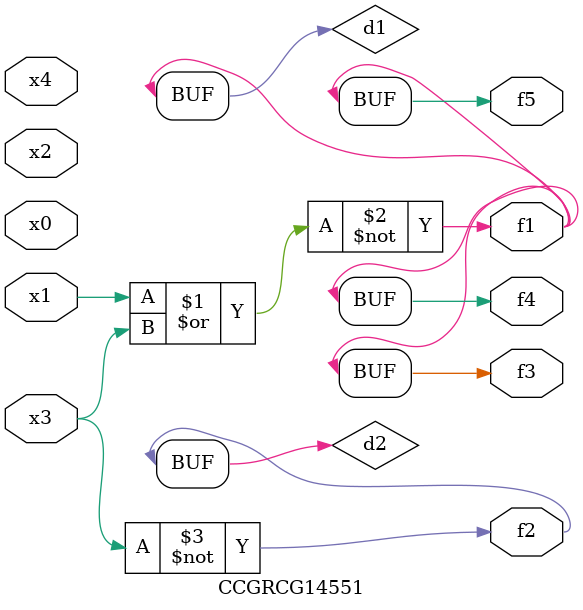
<source format=v>
module CCGRCG14551(
	input x0, x1, x2, x3, x4,
	output f1, f2, f3, f4, f5
);

	wire d1, d2;

	nor (d1, x1, x3);
	not (d2, x3);
	assign f1 = d1;
	assign f2 = d2;
	assign f3 = d1;
	assign f4 = d1;
	assign f5 = d1;
endmodule

</source>
